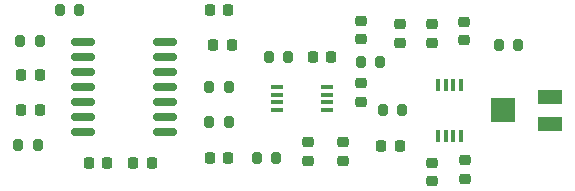
<source format=gbr>
%TF.GenerationSoftware,KiCad,Pcbnew,(6.0.2)*%
%TF.CreationDate,2022-05-27T23:56:07+02:00*%
%TF.ProjectId,EEC_v0,4545435f-7630-42e6-9b69-6361645f7063,rev?*%
%TF.SameCoordinates,Original*%
%TF.FileFunction,Paste,Top*%
%TF.FilePolarity,Positive*%
%FSLAX46Y46*%
G04 Gerber Fmt 4.6, Leading zero omitted, Abs format (unit mm)*
G04 Created by KiCad (PCBNEW (6.0.2)) date 2022-05-27 23:56:07*
%MOMM*%
%LPD*%
G01*
G04 APERTURE LIST*
G04 Aperture macros list*
%AMRoundRect*
0 Rectangle with rounded corners*
0 $1 Rounding radius*
0 $2 $3 $4 $5 $6 $7 $8 $9 X,Y pos of 4 corners*
0 Add a 4 corners polygon primitive as box body*
4,1,4,$2,$3,$4,$5,$6,$7,$8,$9,$2,$3,0*
0 Add four circle primitives for the rounded corners*
1,1,$1+$1,$2,$3*
1,1,$1+$1,$4,$5*
1,1,$1+$1,$6,$7*
1,1,$1+$1,$8,$9*
0 Add four rect primitives between the rounded corners*
20,1,$1+$1,$2,$3,$4,$5,0*
20,1,$1+$1,$4,$5,$6,$7,0*
20,1,$1+$1,$6,$7,$8,$9,0*
20,1,$1+$1,$8,$9,$2,$3,0*%
G04 Aperture macros list end*
%ADD10RoundRect,0.225000X-0.225000X-0.250000X0.225000X-0.250000X0.225000X0.250000X-0.225000X0.250000X0*%
%ADD11RoundRect,0.225000X-0.250000X0.225000X-0.250000X-0.225000X0.250000X-0.225000X0.250000X0.225000X0*%
%ADD12RoundRect,0.225000X0.250000X-0.225000X0.250000X0.225000X-0.250000X0.225000X-0.250000X-0.225000X0*%
%ADD13RoundRect,0.200000X0.200000X0.275000X-0.200000X0.275000X-0.200000X-0.275000X0.200000X-0.275000X0*%
%ADD14RoundRect,0.200000X-0.200000X-0.275000X0.200000X-0.275000X0.200000X0.275000X-0.200000X0.275000X0*%
%ADD15RoundRect,0.150000X-0.837500X-0.150000X0.837500X-0.150000X0.837500X0.150000X-0.837500X0.150000X0*%
%ADD16R,2.000000X1.300000*%
%ADD17R,2.000000X2.000000*%
%ADD18RoundRect,0.225000X0.225000X0.250000X-0.225000X0.250000X-0.225000X-0.250000X0.225000X-0.250000X0*%
%ADD19R,1.100000X0.400000*%
%ADD20RoundRect,0.218750X-0.218750X-0.256250X0.218750X-0.256250X0.218750X0.256250X-0.218750X0.256250X0*%
%ADD21R,0.400000X1.100000*%
G04 APERTURE END LIST*
D10*
%TO.C,C14*%
X95725000Y-119000000D03*
X97275000Y-119000000D03*
%TD*%
D11*
%TO.C,C12*%
X121000000Y-118950000D03*
X121000000Y-120500000D03*
%TD*%
D10*
%TO.C,C4*%
X116725000Y-117500000D03*
X118275000Y-117500000D03*
%TD*%
D12*
%TO.C,C6*%
X118275000Y-108775000D03*
X118275000Y-107225000D03*
%TD*%
D13*
%TO.C,R9*%
X118500000Y-114500000D03*
X116850000Y-114500000D03*
%TD*%
D14*
%TO.C,R8*%
X114975000Y-110400000D03*
X116625000Y-110400000D03*
%TD*%
%TO.C,R1*%
X86000000Y-117400000D03*
X87650000Y-117400000D03*
%TD*%
D10*
%TO.C,C10*%
X102500000Y-109000000D03*
X104050000Y-109000000D03*
%TD*%
D15*
%TO.C,U2*%
X91500000Y-108730000D03*
X91500000Y-110000000D03*
X91500000Y-111270000D03*
X91500000Y-112540000D03*
X91500000Y-113810000D03*
X91500000Y-115080000D03*
X91500000Y-116350000D03*
X98425000Y-116350000D03*
X98425000Y-115080000D03*
X98425000Y-113810000D03*
X98425000Y-112540000D03*
X98425000Y-111270000D03*
X98425000Y-110000000D03*
X98425000Y-108730000D03*
%TD*%
D12*
%TO.C,C16*%
X121000000Y-108775000D03*
X121000000Y-107225000D03*
%TD*%
D14*
%TO.C,R6*%
X102175000Y-115500000D03*
X103825000Y-115500000D03*
%TD*%
%TO.C,R5*%
X102175000Y-112500000D03*
X103825000Y-112500000D03*
%TD*%
D10*
%TO.C,C13*%
X102225000Y-106000000D03*
X103775000Y-106000000D03*
%TD*%
D12*
%TO.C,C15*%
X123725000Y-108550000D03*
X123725000Y-107000000D03*
%TD*%
D10*
%TO.C,C2*%
X110950000Y-110000000D03*
X112500000Y-110000000D03*
%TD*%
D13*
%TO.C,R3*%
X91150000Y-106000000D03*
X89500000Y-106000000D03*
%TD*%
D14*
%TO.C,R7*%
X107175000Y-110000000D03*
X108825000Y-110000000D03*
%TD*%
%TO.C,R2*%
X86150000Y-108600000D03*
X87800000Y-108600000D03*
%TD*%
D12*
%TO.C,C3*%
X115000000Y-113775000D03*
X115000000Y-112225000D03*
%TD*%
D16*
%TO.C,RV1*%
X131000000Y-113350000D03*
D17*
X127000000Y-114500000D03*
D16*
X131000000Y-115650000D03*
%TD*%
D13*
%TO.C,R4*%
X107825000Y-118500000D03*
X106175000Y-118500000D03*
%TD*%
D11*
%TO.C,C9*%
X123775000Y-118735000D03*
X123775000Y-120285000D03*
%TD*%
D14*
%TO.C,R10*%
X126675000Y-109000000D03*
X128325000Y-109000000D03*
%TD*%
D18*
%TO.C,C1*%
X103775000Y-118500000D03*
X102225000Y-118500000D03*
%TD*%
D19*
%TO.C,U1*%
X107850000Y-112525000D03*
X107850000Y-113175000D03*
X107850000Y-113825000D03*
X107850000Y-114475000D03*
X112150000Y-114475000D03*
X112150000Y-113825000D03*
X112150000Y-113175000D03*
X112150000Y-112525000D03*
%TD*%
D20*
%TO.C,L2*%
X86212500Y-111500000D03*
X87787500Y-111500000D03*
%TD*%
D18*
%TO.C,C11*%
X93500000Y-119000000D03*
X91950000Y-119000000D03*
%TD*%
D11*
%TO.C,C7*%
X110500000Y-117225000D03*
X110500000Y-118775000D03*
%TD*%
D12*
%TO.C,C5*%
X115000000Y-108500000D03*
X115000000Y-106950000D03*
%TD*%
D21*
%TO.C,U3*%
X123475000Y-112350000D03*
X122825000Y-112350000D03*
X122175000Y-112350000D03*
X121525000Y-112350000D03*
X121525000Y-116650000D03*
X122175000Y-116650000D03*
X122825000Y-116650000D03*
X123475000Y-116650000D03*
%TD*%
D11*
%TO.C,C8*%
X113500000Y-117225000D03*
X113500000Y-118775000D03*
%TD*%
D20*
%TO.C,L1*%
X86212500Y-114500000D03*
X87787500Y-114500000D03*
%TD*%
M02*

</source>
